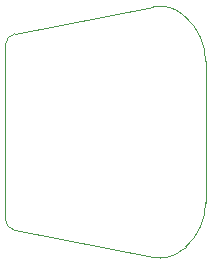
<source format=gbr>
%TF.GenerationSoftware,KiCad,Pcbnew,8.99.0-344-gfbc433deaa*%
%TF.CreationDate,2024-04-11T03:20:37-04:00*%
%TF.ProjectId,typeC,74797065-432e-46b6-9963-61645f706362,rev?*%
%TF.SameCoordinates,Original*%
%TF.FileFunction,Profile,NP*%
%FSLAX46Y46*%
G04 Gerber Fmt 4.6, Leading zero omitted, Abs format (unit mm)*
G04 Created by KiCad (PCBNEW 8.99.0-344-gfbc433deaa) date 2024-04-11 03:20:37*
%MOMM*%
%LPD*%
G01*
G04 APERTURE LIST*
%TA.AperFunction,Profile*%
%ADD10C,0.050000*%
%TD*%
%TA.AperFunction,Profile*%
%ADD11C,0.010000*%
%TD*%
G04 APERTURE END LIST*
D10*
X180450000Y-98000000D02*
X180450000Y-103993494D01*
X164308064Y-106329806D02*
G75*
G02*
X163500000Y-105348398I191934J981406D01*
G01*
X178559635Y-107918283D02*
G75*
G02*
X175995972Y-108615637I-1987825J2246749D01*
G01*
X178559635Y-107918283D02*
X178763092Y-107738280D01*
X180450000Y-103993494D02*
G75*
G02*
X178763091Y-107738279I-5000020J10D01*
G01*
X175995973Y-108615633D02*
X164308064Y-106329806D01*
X163500000Y-90651602D02*
G75*
G02*
X164308064Y-89670193I1000000J2D01*
G01*
X178763092Y-88261720D02*
G75*
G02*
X180449996Y-92006506I-3313092J-3744780D01*
G01*
X175995973Y-87384367D02*
G75*
G02*
X178559648Y-88081703I575827J-2944233D01*
G01*
X178559635Y-88081717D02*
X178763092Y-88261720D01*
X180450000Y-92006506D02*
X180450000Y-98000000D01*
X175995973Y-87384367D02*
X164308064Y-89670194D01*
D11*
X163500000Y-90651602D02*
X163500000Y-105348398D01*
M02*

</source>
